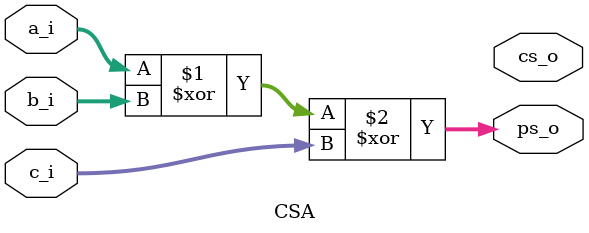
<source format=sv>
`timescale 1ns / 1ps

module CSA #(
    parameter len = 0
    )(
    input [len-1:0] a_i, b_i, c_i,
    output [len-1:0] ps_o, cs_o
    );

    assign ps_o = a_i ^ b_i ^ c_i;
    assign sc_o = (a_i&b_i) | (a_i&c_i) | (b_i&c_i);

endmodule
</source>
